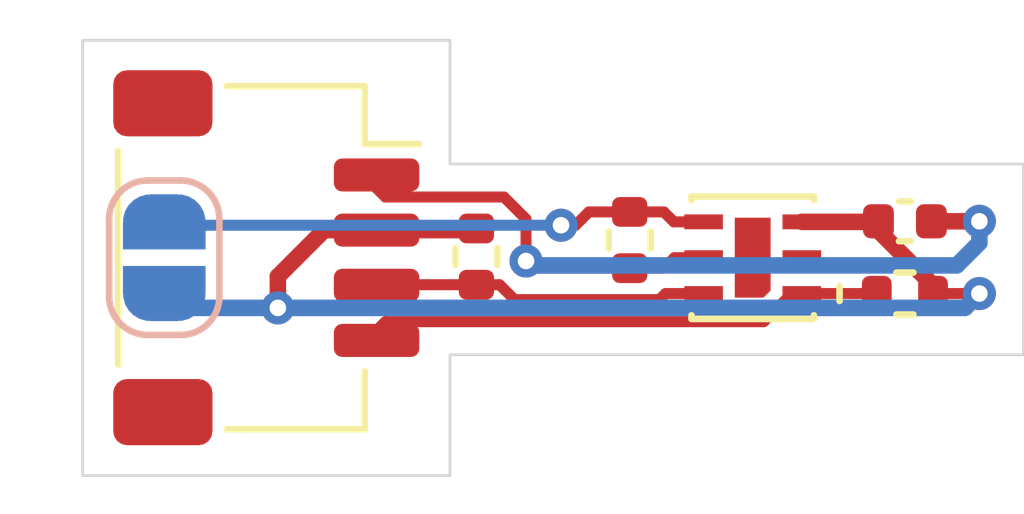
<source format=kicad_pcb>
(kicad_pcb (version 20241229) (generator "pcbnew") (generator_version "9.0")
  (layers (0 "F.Cu" signal) (2 "B.Cu" signal) (13 "F.Paste" user) (15 "B.Paste" user) (5 "F.SilkS" user "F.Silkscreen") (7 "B.SilkS" user "B.Silkscreen") (1 "F.Mask" user) (3 "B.Mask" user) (25 "Edge.Cuts" user))
  (net 0 "")
  (net 1 "GND")
  (net 2 "+3V3")
  (net 3 "SCL")
  (net 4 "SDA")
  (net 5 "Net-(JP1-B)")
  (footprint "JST:JST_SH_SM04B-SRSS-TB_1x04-1MP_P1.00mm_Horizontal" (layer "F.Cu") (at 130.46 96.46 -90)
    (property "Reference" "J1" (hide yes))
    (property "Value" "Conn_01x04")
    (fp_line (start -1.94 2.685) (end 1.94 2.685) (stroke (width 0.12)) (layer "F.SilkS"))
    (fp_line (start -3.11 0.715) (end -3.11 -1.785) (stroke (width 0.12)) (layer "F.SilkS"))
    (fp_line (start 3.11 0.715) (end 3.11 -1.785) (stroke (width 0.12)) (layer "F.SilkS"))
    (fp_line (start -3.11 -1.785) (end -2.06 -1.785) (stroke (width 0.12)) (layer "F.SilkS"))
    (fp_line (start -2.06 -1.785) (end -2.06 -2.775) (stroke (width 0.12)) (layer "F.SilkS"))
    (fp_line (start 3.11 -1.785) (end 2.06 -1.785) (stroke (width 0.12)) (layer "F.SilkS"))
    (pad "1" smd roundrect (at -1.5 -2 270) (size 0.6 1.55) (layers "F.Cu" "F.Mask" "F.Paste") (net 1 "GND"))
    (pad "2" smd roundrect (at -0.5 -2 270) (size 0.6 1.55) (layers "F.Cu" "F.Mask" "F.Paste") (net 2 "+3V3"))
    (pad "3" smd roundrect (at 0.5 -2 270) (size 0.6 1.55) (layers "F.Cu" "F.Mask" "F.Paste") (net 4 "SDA"))
    (pad "4" smd roundrect (at 1.5 -2 270) (size 0.6 1.55) (layers "F.Cu" "F.Mask" "F.Paste") (net 3 "SCL"))
    (pad "MP" smd roundrect (at -2.8 1.875 270) (size 1.2 1.8) (layers "F.Cu" "F.Mask" "F.Paste") (roundrect_rratio 0.208333))
    (pad "MP" smd roundrect (at 2.8 1.875 270) (size 1.2 1.8) (layers "F.Cu" "F.Mask" "F.Paste") (roundrect_rratio 0.208333))
  )
  (footprint "Resistor_SMD:R_0402_1005Metric" (layer "F.Cu") (at 134.27 96.44 -90)
    (property "Reference" "R3" (hide yes))
    (property "Value" "R" (hide yes))
    (fp_line (start -0.153641 0.38) (end 0.153641 0.38) (stroke (width 0.12)) (layer "F.SilkS"))
    (fp_line (start -0.153641 -0.38) (end 0.153641 -0.38) (stroke (width 0.12)) (layer "F.SilkS"))
    (pad "1" smd roundrect (at -0.51 0 270) (size 0.54 0.64) (layers "F.Cu" "F.Mask" "F.Paste") (net 2 "+3V3"))
    (pad "2" smd roundrect (at 0.51 0 270) (size 0.54 0.64) (layers "F.Cu" "F.Mask" "F.Paste") (net 4 "SDA"))
  )
  (footprint "Capacitor_SMD:C_0402_1005Metric" (layer "F.Cu") (at 142.04 95.8)
    (property "Reference" "C1" (hide yes))
    (property "Value" "C" (hide yes))
    (fp_line (start -0.107836 -0.36) (end 0.107836 -0.36) (stroke (width 0.12)) (layer "F.SilkS"))
    (fp_line (start -0.107836 0.36) (end 0.107836 0.36) (stroke (width 0.12)) (layer "F.SilkS"))
    (pad "1" smd roundrect (at -0.48 0) (size 0.56 0.62) (layers "F.Cu" "F.Mask" "F.Paste") (net 2 "+3V3"))
    (pad "2" smd roundrect (at 0.48 0) (size 0.56 0.62) (layers "F.Cu" "F.Mask" "F.Paste") (net 1 "GND"))
  )
  (footprint "Resistor_SMD:R_0402_1005Metric" (layer "F.Cu") (at 137.05 96.14 90)
    (property "Reference" "R1" (hide yes))
    (property "Value" "R" (hide yes))
    (fp_line (start -0.153641 -0.38) (end 0.153641 -0.38) (stroke (width 0.12)) (layer "F.SilkS"))
    (fp_line (start -0.153641 0.38) (end 0.153641 0.38) (stroke (width 0.12)) (layer "F.SilkS"))
    (pad "1" smd roundrect (at -0.51 0 90) (size 0.54 0.64) (layers "F.Cu" "F.Mask" "F.Paste") (net 1 "GND"))
    (pad "2" smd roundrect (at 0.51 0 90) (size 0.54 0.64) (layers "F.Cu" "F.Mask" "F.Paste") (net 5 "Net-(JP1-B)"))
  )
  (footprint "Sensor_SMD_Wurth:U_Wurth_WSEN-TIDS_2521020222501" (layer "F.Cu") (at 139.28 96.46 180)
    (property "Reference" "U1" (hide yes))
    (property "Value" "2521020222501" (hide yes))
    (fp_line (start 1.11 1.11) (end 1.11 1.045) (stroke (width 0.12)) (layer "F.SilkS"))
    (fp_line (start 1.11 -1.11) (end 1.11 -1.045) (stroke (width 0.12)) (layer "F.SilkS"))
    (fp_line (start -1.11 1.11) (end 1.11 1.11) (stroke (width 0.12)) (layer "F.SilkS"))
    (fp_line (start -1.11 1.11) (end -1.11 1.045) (stroke (width 0.12)) (layer "F.SilkS"))
    (fp_line (start -1.11 -1.11) (end 1.11 -1.11) (stroke (width 0.12)) (layer "F.SilkS"))
    (fp_line (start -1.11 -1.11) (end -1.11 -1.045) (stroke (width 0.12)) (layer "F.SilkS"))
    (fp_line (start -1.575 -0.785) (end -1.575 -0.515) (stroke (width 0.12)) (layer "F.SilkS"))
    (pad "" smd roundrect (at 0 0 180) (size 0.65 1.45) (layers "F.Cu" "F.Mask" "F.Paste") (roundrect_rratio 0) (chamfer_ratio 0.2) (chamfer top_left))
    (pad "1" smd rect (at -0.89 -0.65 180) (size 0.7 0.27) (layers "F.Cu" "F.Mask" "F.Paste") (net 3 "SCL"))
    (pad "2" smd rect (at -0.89 0 180) (size 0.7 0.27) (layers "F.Cu" "F.Mask" "F.Paste"))
    (pad "3" smd rect (at -0.89 0.65 180) (size 0.7 0.27) (layers "F.Cu" "F.Mask" "F.Paste") (net 2 "+3V3"))
    (pad "4" smd rect (at 0.89 0.65 180) (size 0.7 0.27) (layers "F.Cu" "F.Mask" "F.Paste") (net 5 "Net-(JP1-B)"))
    (pad "5" smd rect (at 0.89 0 180) (size 0.7 0.27) (layers "F.Cu" "F.Mask" "F.Paste") (net 1 "GND"))
    (pad "6" smd rect (at 0.89 -0.65 180) (size 0.7 0.27) (layers "F.Cu" "F.Mask" "F.Paste") (net 4 "SDA"))
  )
  (footprint "Resistor_SMD:R_0402_1005Metric" (layer "F.Cu") (at 142.04 97.11 180)
    (property "Reference" "R2" (hide yes))
    (property "Value" "R" (hide yes))
    (fp_line (start -0.153641 0.38) (end 0.153641 0.38) (stroke (width 0.12)) (layer "F.SilkS"))
    (fp_line (start -0.153641 -0.38) (end 0.153641 -0.38) (stroke (width 0.12)) (layer "F.SilkS"))
    (pad "1" smd roundrect (at -0.51 0 180) (size 0.54 0.64) (layers "F.Cu" "F.Mask" "F.Paste") (net 2 "+3V3"))
    (pad "2" smd roundrect (at 0.51 0 180) (size 0.54 0.64) (layers "F.Cu" "F.Mask" "F.Paste") (net 3 "SCL"))
  )
  (footprint "Jumper:SolderJumper-2_P1.3mm_Open_RoundedPad1.0x1.5mm" (layer "B.Cu") (at 128.61 96.46 90)
    (property "Reference" "JP1" (hide yes))
    (property "Value" "SolderJumper_2_Open" (hide yes))
    (fp_line (start 0.7 -1) (end -0.7 -1) (stroke (width 0.12)) (layer "B.SilkS"))
    (fp_line (start -1.4 -0.3) (end -1.4 0.3) (stroke (width 0.12)) (layer "B.SilkS"))
    (fp_line (start 1.4 0.3) (end 1.4 -0.3) (stroke (width 0.12)) (layer "B.SilkS"))
    (fp_line (start -0.7 1) (end 0.7 1) (stroke (width 0.12)) (layer "B.SilkS"))
    (fp_arc (start 0.7 -1) (mid 1.194975 -0.794975) (end 1.4 -0.3) (stroke (width 0.12)) (layer "B.SilkS"))
    (fp_arc (start -1.4 -0.3) (mid -1.194975 -0.794975) (end -0.7 -1) (stroke (width 0.12)) (layer "B.SilkS"))
    (fp_arc (start 1.4 0.3) (mid 1.194975 0.794975) (end 0.7 1) (stroke (width 0.12)) (layer "B.SilkS"))
    (fp_arc (start -0.7 1) (mid -1.194975 0.794975) (end -1.4 0.3) (stroke (width 0.12)) (layer "B.SilkS"))
    (pad "1" smd custom (at -0.65 0 90) (size 1 0.5) (layers "B.Cu" "B.Mask") (net 2 "+3V3") (options (clearance outline) (anchor rect)) (primitives (gr_circle (center 0 -0.25) (end 0.5 -0.25) (width 0) (fill yes)) (gr_circle (center 0 0.25) (end 0.5 0.25) (width 0) (fill yes)) (gr_poly (pts (xy 0.5 -0.75) (xy 0 -0.75) (xy 0 0.75) (xy 0.5 0.75)) (width 0) (fill yes))))
    (pad "2" smd custom (at 0.65 0 90) (size 1 0.5) (layers "B.Cu" "B.Mask") (net 5 "Net-(JP1-B)") (options (clearance outline) (anchor rect)) (primitives (gr_circle (center 0 -0.25) (end 0.5 -0.25) (width 0) (fill yes)) (gr_circle (center 0 0.25) (end 0.5 0.25) (width 0) (fill yes)) (gr_poly (pts (xy 0 -0.75) (xy -0.5 -0.75) (xy -0.5 0.75) (xy 0 0.75)) (width 0) (fill yes))))
  )
  (gr_poly (pts (xy 133.79 94.76) (xy 144.19 94.76) (xy 144.19 98.22) (xy 133.79 98.22) (xy 133.79 100.41) (xy 127.13 100.41) (xy 127.13 93) (xy 127.13 92.52) (xy 133.79 92.52)) (stroke (width 0.05)) (fill no) (layer "Edge.Cuts"))
  (segment (start 135.3 96.65) (end 137.05 96.65) (width 0.2) (layer "F.Cu") (net 1))
  (segment (start 135.17 96.52) (end 135.17 95.76) (width 0.2) (layer "F.Cu") (net 1))
  (segment (start 137.67 96.65) (end 137.05 96.65) (width 0.2) (layer "F.Cu") (net 1))
  (segment (start 136.89 96.49) (end 137.05 96.65) (width 0.2) (layer "F.Cu") (net 1))
  (segment (start 135.17 96.52) (end 135.3 96.65) (width 0.2) (layer "F.Cu") (net 1))
  (segment (start 137.86 96.46) (end 137.67 96.65) (width 0.2) (layer "F.Cu") (net 1))
  (segment (start 134.77 95.36) (end 132.62 95.36) (width 0.2) (layer "F.Cu") (net 1))
  (segment (start 138.39 96.46) (end 137.86 96.46) (width 0.2) (layer "F.Cu") (net 1))
  (segment (start 132.46 95.2) (end 132.46 94.96) (width 0.2) (layer "F.Cu") (net 1))
  (segment (start 143.39 95.8) (end 142.52 95.8) (width 0.3) (layer "F.Cu") (net 1))
  (segment (start 135.17 95.76) (end 134.77 95.36) (width 0.2) (layer "F.Cu") (net 1))
  (segment (start 137.05 96.65) (end 136.92 96.52) (width 0.2) (layer "F.Cu") (net 1))
  (segment (start 132.62 95.36) (end 132.46 95.2) (width 0.2) (layer "F.Cu") (net 1))
  (via (at 143.39 95.8) (size 0.6) (drill 0.3) (layers "F.Cu" "B.Cu") (net 1))
  (via (at 135.17 96.52) (size 0.6) (drill 0.3) (layers "F.Cu" "B.Cu") (net 1))
  (segment (start 143.39 96.19) (end 143.39 95.8) (width 0.3) (layer "B.Cu") (net 1))
  (segment (start 142.98 96.6) (end 143.39 96.19) (width 0.3) (layer "B.Cu") (net 1))
  (segment (start 135.17 96.52) (end 135.25 96.6) (width 0.3) (layer "B.Cu") (net 1))
  (segment (start 135.25 96.6) (end 142.98 96.6) (width 0.3) (layer "B.Cu") (net 1))
  (segment (start 140.17 95.81) (end 141.55 95.81) (width 0.3) (layer "F.Cu") (net 2))
  (segment (start 132.46 95.96) (end 134.24 95.96) (width 0.3) (layer "F.Cu") (net 2))
  (segment (start 143.39 97.11) (end 142.55 97.11) (width 0.2) (layer "F.Cu") (net 2))
  (segment (start 141.55 95.81) (end 141.56 95.8) (width 0.2) (layer "F.Cu") (net 2))
  (segment (start 132.46 95.96) (end 131.51 95.96) (width 0.3) (layer "F.Cu") (net 2))
  (segment (start 141.56 95.97) (end 142.55 96.96) (width 0.3) (layer "F.Cu") (net 2))
  (segment (start 141.56 95.8) (end 141.56 95.97) (width 0.2) (layer "F.Cu") (net 2))
  (segment (start 130.67 96.8) (end 130.67 97.37) (width 0.3) (layer "F.Cu") (net 2))
  (segment (start 131.51 95.96) (end 130.67 96.8) (width 0.3) (layer "F.Cu") (net 2))
  (segment (start 142.55 96.96) (end 142.55 97.11) (width 0.2) (layer "F.Cu") (net 2))
  (segment (start 134.24 95.96) (end 134.27 95.93) (width 0.2) (layer "F.Cu") (net 2))
  (via (at 130.67 97.37) (size 0.6) (drill 0.3) (layers "F.Cu" "B.Cu") (net 2))
  (via (at 143.39 97.11) (size 0.6) (drill 0.3) (layers "F.Cu" "B.Cu") (net 2))
  (segment (start 128.81 97.31) (end 128.61 97.11) (width 0.4) (layer "B.Cu") (net 2))
  (segment (start 143.13 97.37) (end 143.39 97.11) (width 0.3) (layer "B.Cu") (net 2))
  (segment (start 143.13 97.37) (end 130.67 97.37) (width 0.3) (layer "B.Cu") (net 2))
  (segment (start 128.87 97.37) (end 130.67 97.37) (width 0.3) (layer "B.Cu") (net 2))
  (segment (start 128.61 97.11) (end 128.87 97.37) (width 0.4) (layer "B.Cu") (net 2))
  (segment (start 130.67 97.37) (end 130.66 97.38) (width 0.4) (layer "B.Cu") (net 2))
  (segment (start 139.48 97.62) (end 139.99 97.11) (width 0.2) (layer "F.Cu") (net 3))
  (segment (start 132.46 97.8) (end 132.45 97.79) (width 0.2) (layer "F.Cu") (net 3))
  (segment (start 132.45 97.79) (end 132.62 97.62) (width 0.2) (layer "F.Cu") (net 3))
  (segment (start 132.46 97.96) (end 132.46 97.8) (width 0.2) (layer "F.Cu") (net 3))
  (segment (start 140.17 97.11) (end 141.53 97.11) (width 0.2) (layer "F.Cu") (net 3))
  (segment (start 132.62 97.62) (end 139.48 97.62) (width 0.2) (layer "F.Cu") (net 3))
  (segment (start 139.99 97.11) (end 140.17 97.11) (width 0.2) (layer "F.Cu") (net 3))
  (segment (start 134.69 96.95) (end 134.96 97.22) (width 0.2) (layer "F.Cu") (net 4))
  (segment (start 132.46 96.96) (end 132.47 96.95) (width 0.2) (layer "F.Cu") (net 4))
  (segment (start 137.7 97.11) (end 138.39 97.11) (width 0.2) (layer "F.Cu") (net 4))
  (segment (start 132.47 96.95) (end 134.27 96.95) (width 0.2) (layer "F.Cu") (net 4))
  (segment (start 134.27 96.95) (end 134.69 96.95) (width 0.2) (layer "F.Cu") (net 4))
  (segment (start 137.59 97.22) (end 137.7 97.11) (width 0.2) (layer "F.Cu") (net 4))
  (segment (start 134.96 97.22) (end 137.59 97.22) (width 0.2) (layer "F.Cu") (net 4))
  (segment (start 137.85 95.81) (end 137.67 95.63) (width 0.2) (layer "F.Cu") (net 5))
  (segment (start 136.068287 95.871713) (end 136.31 95.63) (width 0.2) (layer "F.Cu") (net 5))
  (segment (start 137.67 95.63) (end 137.05 95.63) (width 0.2) (layer "F.Cu") (net 5))
  (segment (start 138.39 95.81) (end 137.85 95.81) (width 0.2) (layer "F.Cu") (net 5))
  (segment (start 135.804244 95.871713) (end 136.068287 95.871713) (width 0.2) (layer "F.Cu") (net 5))
  (segment (start 136.31 95.63) (end 137.05 95.63) (width 0.2) (layer "F.Cu") (net 5))
  (via (at 135.804244 95.871713) (size 0.6) (drill 0.3) (layers "F.Cu" "B.Cu") (net 5))
  (segment (start 128.671713 95.871713) (end 128.61 95.81) (width 0.2) (layer "B.Cu") (net 5))
  (segment (start 135.804244 95.871713) (end 128.671713 95.871713) (width 0.2) (layer "B.Cu") (net 5))
)
</source>
